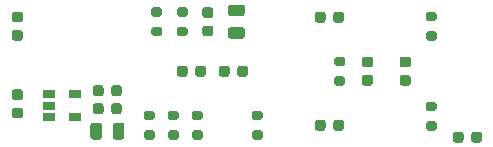
<source format=gbr>
%TF.GenerationSoftware,KiCad,Pcbnew,(5.1.9)-1*%
%TF.CreationDate,2021-02-16T15:18:36+08:00*%
%TF.ProjectId,STM32_Core_Board,53544d33-325f-4436-9f72-655f426f6172,rev?*%
%TF.SameCoordinates,Original*%
%TF.FileFunction,Paste,Bot*%
%TF.FilePolarity,Positive*%
%FSLAX46Y46*%
G04 Gerber Fmt 4.6, Leading zero omitted, Abs format (unit mm)*
G04 Created by KiCad (PCBNEW (5.1.9)-1) date 2021-02-16 15:18:36*
%MOMM*%
%LPD*%
G01*
G04 APERTURE LIST*
%ADD10R,1.060000X0.650000*%
G04 APERTURE END LIST*
%TO.C,C14*%
G36*
G01*
X87701000Y-146808000D02*
X87701000Y-146308000D01*
G75*
G02*
X87926000Y-146083000I225000J0D01*
G01*
X88376000Y-146083000D01*
G75*
G02*
X88601000Y-146308000I0J-225000D01*
G01*
X88601000Y-146808000D01*
G75*
G02*
X88376000Y-147033000I-225000J0D01*
G01*
X87926000Y-147033000D01*
G75*
G02*
X87701000Y-146808000I0J225000D01*
G01*
G37*
G36*
G01*
X86151000Y-146808000D02*
X86151000Y-146308000D01*
G75*
G02*
X86376000Y-146083000I225000J0D01*
G01*
X86826000Y-146083000D01*
G75*
G02*
X87051000Y-146308000I0J-225000D01*
G01*
X87051000Y-146808000D01*
G75*
G02*
X86826000Y-147033000I-225000J0D01*
G01*
X86376000Y-147033000D01*
G75*
G02*
X86151000Y-146808000I0J225000D01*
G01*
G37*
%TD*%
%TO.C,C13*%
G36*
G01*
X87701000Y-155952000D02*
X87701000Y-155452000D01*
G75*
G02*
X87926000Y-155227000I225000J0D01*
G01*
X88376000Y-155227000D01*
G75*
G02*
X88601000Y-155452000I0J-225000D01*
G01*
X88601000Y-155952000D01*
G75*
G02*
X88376000Y-156177000I-225000J0D01*
G01*
X87926000Y-156177000D01*
G75*
G02*
X87701000Y-155952000I0J225000D01*
G01*
G37*
G36*
G01*
X86151000Y-155952000D02*
X86151000Y-155452000D01*
G75*
G02*
X86376000Y-155227000I225000J0D01*
G01*
X86826000Y-155227000D01*
G75*
G02*
X87051000Y-155452000I0J-225000D01*
G01*
X87051000Y-155952000D01*
G75*
G02*
X86826000Y-156177000I-225000J0D01*
G01*
X86376000Y-156177000D01*
G75*
G02*
X86151000Y-155952000I0J225000D01*
G01*
G37*
%TD*%
%TO.C,C12*%
G36*
G01*
X93552200Y-151455000D02*
X94052200Y-151455000D01*
G75*
G02*
X94277200Y-151680000I0J-225000D01*
G01*
X94277200Y-152130000D01*
G75*
G02*
X94052200Y-152355000I-225000J0D01*
G01*
X93552200Y-152355000D01*
G75*
G02*
X93327200Y-152130000I0J225000D01*
G01*
X93327200Y-151680000D01*
G75*
G02*
X93552200Y-151455000I225000J0D01*
G01*
G37*
G36*
G01*
X93552200Y-149905000D02*
X94052200Y-149905000D01*
G75*
G02*
X94277200Y-150130000I0J-225000D01*
G01*
X94277200Y-150580000D01*
G75*
G02*
X94052200Y-150805000I-225000J0D01*
G01*
X93552200Y-150805000D01*
G75*
G02*
X93327200Y-150580000I0J225000D01*
G01*
X93327200Y-150130000D01*
G75*
G02*
X93552200Y-149905000I225000J0D01*
G01*
G37*
%TD*%
%TO.C,C11*%
G36*
G01*
X90351800Y-151455000D02*
X90851800Y-151455000D01*
G75*
G02*
X91076800Y-151680000I0J-225000D01*
G01*
X91076800Y-152130000D01*
G75*
G02*
X90851800Y-152355000I-225000J0D01*
G01*
X90351800Y-152355000D01*
G75*
G02*
X90126800Y-152130000I0J225000D01*
G01*
X90126800Y-151680000D01*
G75*
G02*
X90351800Y-151455000I225000J0D01*
G01*
G37*
G36*
G01*
X90351800Y-149905000D02*
X90851800Y-149905000D01*
G75*
G02*
X91076800Y-150130000I0J-225000D01*
G01*
X91076800Y-150580000D01*
G75*
G02*
X90851800Y-150805000I-225000J0D01*
G01*
X90351800Y-150805000D01*
G75*
G02*
X90126800Y-150580000I0J225000D01*
G01*
X90126800Y-150130000D01*
G75*
G02*
X90351800Y-149905000I225000J0D01*
G01*
G37*
%TD*%
%TO.C,C10*%
G36*
G01*
X79977000Y-146489000D02*
X79027000Y-146489000D01*
G75*
G02*
X78777000Y-146239000I0J250000D01*
G01*
X78777000Y-145739000D01*
G75*
G02*
X79027000Y-145489000I250000J0D01*
G01*
X79977000Y-145489000D01*
G75*
G02*
X80227000Y-145739000I0J-250000D01*
G01*
X80227000Y-146239000D01*
G75*
G02*
X79977000Y-146489000I-250000J0D01*
G01*
G37*
G36*
G01*
X79977000Y-148389000D02*
X79027000Y-148389000D01*
G75*
G02*
X78777000Y-148139000I0J250000D01*
G01*
X78777000Y-147639000D01*
G75*
G02*
X79027000Y-147389000I250000J0D01*
G01*
X79977000Y-147389000D01*
G75*
G02*
X80227000Y-147639000I0J-250000D01*
G01*
X80227000Y-148139000D01*
G75*
G02*
X79977000Y-148389000I-250000J0D01*
G01*
G37*
%TD*%
%TO.C,C9*%
G36*
G01*
X98735000Y-156468000D02*
X98735000Y-156968000D01*
G75*
G02*
X98510000Y-157193000I-225000J0D01*
G01*
X98060000Y-157193000D01*
G75*
G02*
X97835000Y-156968000I0J225000D01*
G01*
X97835000Y-156468000D01*
G75*
G02*
X98060000Y-156243000I225000J0D01*
G01*
X98510000Y-156243000D01*
G75*
G02*
X98735000Y-156468000I0J-225000D01*
G01*
G37*
G36*
G01*
X100285000Y-156468000D02*
X100285000Y-156968000D01*
G75*
G02*
X100060000Y-157193000I-225000J0D01*
G01*
X99610000Y-157193000D01*
G75*
G02*
X99385000Y-156968000I0J225000D01*
G01*
X99385000Y-156468000D01*
G75*
G02*
X99610000Y-156243000I225000J0D01*
G01*
X100060000Y-156243000D01*
G75*
G02*
X100285000Y-156468000I0J-225000D01*
G01*
G37*
%TD*%
%TO.C,C8*%
G36*
G01*
X77339000Y-146614000D02*
X76839000Y-146614000D01*
G75*
G02*
X76614000Y-146389000I0J225000D01*
G01*
X76614000Y-145939000D01*
G75*
G02*
X76839000Y-145714000I225000J0D01*
G01*
X77339000Y-145714000D01*
G75*
G02*
X77564000Y-145939000I0J-225000D01*
G01*
X77564000Y-146389000D01*
G75*
G02*
X77339000Y-146614000I-225000J0D01*
G01*
G37*
G36*
G01*
X77339000Y-148164000D02*
X76839000Y-148164000D01*
G75*
G02*
X76614000Y-147939000I0J225000D01*
G01*
X76614000Y-147489000D01*
G75*
G02*
X76839000Y-147264000I225000J0D01*
G01*
X77339000Y-147264000D01*
G75*
G02*
X77564000Y-147489000I0J-225000D01*
G01*
X77564000Y-147939000D01*
G75*
G02*
X77339000Y-148164000I-225000J0D01*
G01*
G37*
%TD*%
%TO.C,C7*%
G36*
G01*
X68905000Y-154555000D02*
X68905000Y-154055000D01*
G75*
G02*
X69130000Y-153830000I225000J0D01*
G01*
X69580000Y-153830000D01*
G75*
G02*
X69805000Y-154055000I0J-225000D01*
G01*
X69805000Y-154555000D01*
G75*
G02*
X69580000Y-154780000I-225000J0D01*
G01*
X69130000Y-154780000D01*
G75*
G02*
X68905000Y-154555000I0J225000D01*
G01*
G37*
G36*
G01*
X67355000Y-154555000D02*
X67355000Y-154055000D01*
G75*
G02*
X67580000Y-153830000I225000J0D01*
G01*
X68030000Y-153830000D01*
G75*
G02*
X68255000Y-154055000I0J-225000D01*
G01*
X68255000Y-154555000D01*
G75*
G02*
X68030000Y-154780000I-225000J0D01*
G01*
X67580000Y-154780000D01*
G75*
G02*
X67355000Y-154555000I0J225000D01*
G01*
G37*
%TD*%
%TO.C,C6*%
G36*
G01*
X68130000Y-155735000D02*
X68130000Y-156685000D01*
G75*
G02*
X67880000Y-156935000I-250000J0D01*
G01*
X67380000Y-156935000D01*
G75*
G02*
X67130000Y-156685000I0J250000D01*
G01*
X67130000Y-155735000D01*
G75*
G02*
X67380000Y-155485000I250000J0D01*
G01*
X67880000Y-155485000D01*
G75*
G02*
X68130000Y-155735000I0J-250000D01*
G01*
G37*
G36*
G01*
X70030000Y-155735000D02*
X70030000Y-156685000D01*
G75*
G02*
X69780000Y-156935000I-250000J0D01*
G01*
X69280000Y-156935000D01*
G75*
G02*
X69030000Y-156685000I0J250000D01*
G01*
X69030000Y-155735000D01*
G75*
G02*
X69280000Y-155485000I250000J0D01*
G01*
X69780000Y-155485000D01*
G75*
G02*
X70030000Y-155735000I0J-250000D01*
G01*
G37*
%TD*%
%TO.C,C5*%
G36*
G01*
X68905000Y-153031000D02*
X68905000Y-152531000D01*
G75*
G02*
X69130000Y-152306000I225000J0D01*
G01*
X69580000Y-152306000D01*
G75*
G02*
X69805000Y-152531000I0J-225000D01*
G01*
X69805000Y-153031000D01*
G75*
G02*
X69580000Y-153256000I-225000J0D01*
G01*
X69130000Y-153256000D01*
G75*
G02*
X68905000Y-153031000I0J225000D01*
G01*
G37*
G36*
G01*
X67355000Y-153031000D02*
X67355000Y-152531000D01*
G75*
G02*
X67580000Y-152306000I225000J0D01*
G01*
X68030000Y-152306000D01*
G75*
G02*
X68255000Y-152531000I0J-225000D01*
G01*
X68255000Y-153031000D01*
G75*
G02*
X68030000Y-153256000I-225000J0D01*
G01*
X67580000Y-153256000D01*
G75*
G02*
X67355000Y-153031000I0J225000D01*
G01*
G37*
%TD*%
%TO.C,C4*%
G36*
G01*
X60710000Y-154223600D02*
X61210000Y-154223600D01*
G75*
G02*
X61435000Y-154448600I0J-225000D01*
G01*
X61435000Y-154898600D01*
G75*
G02*
X61210000Y-155123600I-225000J0D01*
G01*
X60710000Y-155123600D01*
G75*
G02*
X60485000Y-154898600I0J225000D01*
G01*
X60485000Y-154448600D01*
G75*
G02*
X60710000Y-154223600I225000J0D01*
G01*
G37*
G36*
G01*
X60710000Y-152673600D02*
X61210000Y-152673600D01*
G75*
G02*
X61435000Y-152898600I0J-225000D01*
G01*
X61435000Y-153348600D01*
G75*
G02*
X61210000Y-153573600I-225000J0D01*
G01*
X60710000Y-153573600D01*
G75*
G02*
X60485000Y-153348600I0J225000D01*
G01*
X60485000Y-152898600D01*
G75*
G02*
X60710000Y-152673600I225000J0D01*
G01*
G37*
%TD*%
%TO.C,C3*%
G36*
G01*
X78923000Y-150880000D02*
X78923000Y-151380000D01*
G75*
G02*
X78698000Y-151605000I-225000J0D01*
G01*
X78248000Y-151605000D01*
G75*
G02*
X78023000Y-151380000I0J225000D01*
G01*
X78023000Y-150880000D01*
G75*
G02*
X78248000Y-150655000I225000J0D01*
G01*
X78698000Y-150655000D01*
G75*
G02*
X78923000Y-150880000I0J-225000D01*
G01*
G37*
G36*
G01*
X80473000Y-150880000D02*
X80473000Y-151380000D01*
G75*
G02*
X80248000Y-151605000I-225000J0D01*
G01*
X79798000Y-151605000D01*
G75*
G02*
X79573000Y-151380000I0J225000D01*
G01*
X79573000Y-150880000D01*
G75*
G02*
X79798000Y-150655000I225000J0D01*
G01*
X80248000Y-150655000D01*
G75*
G02*
X80473000Y-150880000I0J-225000D01*
G01*
G37*
%TD*%
%TO.C,C2*%
G36*
G01*
X76017000Y-151380000D02*
X76017000Y-150880000D01*
G75*
G02*
X76242000Y-150655000I225000J0D01*
G01*
X76692000Y-150655000D01*
G75*
G02*
X76917000Y-150880000I0J-225000D01*
G01*
X76917000Y-151380000D01*
G75*
G02*
X76692000Y-151605000I-225000J0D01*
G01*
X76242000Y-151605000D01*
G75*
G02*
X76017000Y-151380000I0J225000D01*
G01*
G37*
G36*
G01*
X74467000Y-151380000D02*
X74467000Y-150880000D01*
G75*
G02*
X74692000Y-150655000I225000J0D01*
G01*
X75142000Y-150655000D01*
G75*
G02*
X75367000Y-150880000I0J-225000D01*
G01*
X75367000Y-151380000D01*
G75*
G02*
X75142000Y-151605000I-225000J0D01*
G01*
X74692000Y-151605000D01*
G75*
G02*
X74467000Y-151380000I0J225000D01*
G01*
G37*
%TD*%
%TO.C,C1*%
G36*
G01*
X60710000Y-147645000D02*
X61210000Y-147645000D01*
G75*
G02*
X61435000Y-147870000I0J-225000D01*
G01*
X61435000Y-148320000D01*
G75*
G02*
X61210000Y-148545000I-225000J0D01*
G01*
X60710000Y-148545000D01*
G75*
G02*
X60485000Y-148320000I0J225000D01*
G01*
X60485000Y-147870000D01*
G75*
G02*
X60710000Y-147645000I225000J0D01*
G01*
G37*
G36*
G01*
X60710000Y-146095000D02*
X61210000Y-146095000D01*
G75*
G02*
X61435000Y-146320000I0J-225000D01*
G01*
X61435000Y-146770000D01*
G75*
G02*
X61210000Y-146995000I-225000J0D01*
G01*
X60710000Y-146995000D01*
G75*
G02*
X60485000Y-146770000I0J225000D01*
G01*
X60485000Y-146320000D01*
G75*
G02*
X60710000Y-146095000I225000J0D01*
G01*
G37*
%TD*%
D10*
%TO.C,U2*%
X65870000Y-155001000D03*
X65870000Y-153101000D03*
X63670000Y-153101000D03*
X63670000Y-154051000D03*
X63670000Y-155001000D03*
%TD*%
%TO.C,R9*%
G36*
G01*
X88540000Y-150705000D02*
X87990000Y-150705000D01*
G75*
G02*
X87790000Y-150505000I0J200000D01*
G01*
X87790000Y-150105000D01*
G75*
G02*
X87990000Y-149905000I200000J0D01*
G01*
X88540000Y-149905000D01*
G75*
G02*
X88740000Y-150105000I0J-200000D01*
G01*
X88740000Y-150505000D01*
G75*
G02*
X88540000Y-150705000I-200000J0D01*
G01*
G37*
G36*
G01*
X88540000Y-152355000D02*
X87990000Y-152355000D01*
G75*
G02*
X87790000Y-152155000I0J200000D01*
G01*
X87790000Y-151755000D01*
G75*
G02*
X87990000Y-151555000I200000J0D01*
G01*
X88540000Y-151555000D01*
G75*
G02*
X88740000Y-151755000I0J-200000D01*
G01*
X88740000Y-152155000D01*
G75*
G02*
X88540000Y-152355000I-200000J0D01*
G01*
G37*
%TD*%
%TO.C,R8*%
G36*
G01*
X73046000Y-146514000D02*
X72496000Y-146514000D01*
G75*
G02*
X72296000Y-146314000I0J200000D01*
G01*
X72296000Y-145914000D01*
G75*
G02*
X72496000Y-145714000I200000J0D01*
G01*
X73046000Y-145714000D01*
G75*
G02*
X73246000Y-145914000I0J-200000D01*
G01*
X73246000Y-146314000D01*
G75*
G02*
X73046000Y-146514000I-200000J0D01*
G01*
G37*
G36*
G01*
X73046000Y-148164000D02*
X72496000Y-148164000D01*
G75*
G02*
X72296000Y-147964000I0J200000D01*
G01*
X72296000Y-147564000D01*
G75*
G02*
X72496000Y-147364000I200000J0D01*
G01*
X73046000Y-147364000D01*
G75*
G02*
X73246000Y-147564000I0J-200000D01*
G01*
X73246000Y-147964000D01*
G75*
G02*
X73046000Y-148164000I-200000J0D01*
G01*
G37*
%TD*%
%TO.C,R7*%
G36*
G01*
X76475000Y-155277000D02*
X75925000Y-155277000D01*
G75*
G02*
X75725000Y-155077000I0J200000D01*
G01*
X75725000Y-154677000D01*
G75*
G02*
X75925000Y-154477000I200000J0D01*
G01*
X76475000Y-154477000D01*
G75*
G02*
X76675000Y-154677000I0J-200000D01*
G01*
X76675000Y-155077000D01*
G75*
G02*
X76475000Y-155277000I-200000J0D01*
G01*
G37*
G36*
G01*
X76475000Y-156927000D02*
X75925000Y-156927000D01*
G75*
G02*
X75725000Y-156727000I0J200000D01*
G01*
X75725000Y-156327000D01*
G75*
G02*
X75925000Y-156127000I200000J0D01*
G01*
X76475000Y-156127000D01*
G75*
G02*
X76675000Y-156327000I0J-200000D01*
G01*
X76675000Y-156727000D01*
G75*
G02*
X76475000Y-156927000I-200000J0D01*
G01*
G37*
%TD*%
%TO.C,R6*%
G36*
G01*
X74443000Y-155277000D02*
X73893000Y-155277000D01*
G75*
G02*
X73693000Y-155077000I0J200000D01*
G01*
X73693000Y-154677000D01*
G75*
G02*
X73893000Y-154477000I200000J0D01*
G01*
X74443000Y-154477000D01*
G75*
G02*
X74643000Y-154677000I0J-200000D01*
G01*
X74643000Y-155077000D01*
G75*
G02*
X74443000Y-155277000I-200000J0D01*
G01*
G37*
G36*
G01*
X74443000Y-156927000D02*
X73893000Y-156927000D01*
G75*
G02*
X73693000Y-156727000I0J200000D01*
G01*
X73693000Y-156327000D01*
G75*
G02*
X73893000Y-156127000I200000J0D01*
G01*
X74443000Y-156127000D01*
G75*
G02*
X74643000Y-156327000I0J-200000D01*
G01*
X74643000Y-156727000D01*
G75*
G02*
X74443000Y-156927000I-200000J0D01*
G01*
G37*
%TD*%
%TO.C,R5*%
G36*
G01*
X72411000Y-155277000D02*
X71861000Y-155277000D01*
G75*
G02*
X71661000Y-155077000I0J200000D01*
G01*
X71661000Y-154677000D01*
G75*
G02*
X71861000Y-154477000I200000J0D01*
G01*
X72411000Y-154477000D01*
G75*
G02*
X72611000Y-154677000I0J-200000D01*
G01*
X72611000Y-155077000D01*
G75*
G02*
X72411000Y-155277000I-200000J0D01*
G01*
G37*
G36*
G01*
X72411000Y-156927000D02*
X71861000Y-156927000D01*
G75*
G02*
X71661000Y-156727000I0J200000D01*
G01*
X71661000Y-156327000D01*
G75*
G02*
X71861000Y-156127000I200000J0D01*
G01*
X72411000Y-156127000D01*
G75*
G02*
X72611000Y-156327000I0J-200000D01*
G01*
X72611000Y-156727000D01*
G75*
G02*
X72411000Y-156927000I-200000J0D01*
G01*
G37*
%TD*%
%TO.C,R4*%
G36*
G01*
X95737000Y-147745000D02*
X96287000Y-147745000D01*
G75*
G02*
X96487000Y-147945000I0J-200000D01*
G01*
X96487000Y-148345000D01*
G75*
G02*
X96287000Y-148545000I-200000J0D01*
G01*
X95737000Y-148545000D01*
G75*
G02*
X95537000Y-148345000I0J200000D01*
G01*
X95537000Y-147945000D01*
G75*
G02*
X95737000Y-147745000I200000J0D01*
G01*
G37*
G36*
G01*
X95737000Y-146095000D02*
X96287000Y-146095000D01*
G75*
G02*
X96487000Y-146295000I0J-200000D01*
G01*
X96487000Y-146695000D01*
G75*
G02*
X96287000Y-146895000I-200000J0D01*
G01*
X95737000Y-146895000D01*
G75*
G02*
X95537000Y-146695000I0J200000D01*
G01*
X95537000Y-146295000D01*
G75*
G02*
X95737000Y-146095000I200000J0D01*
G01*
G37*
%TD*%
%TO.C,R3*%
G36*
G01*
X96287000Y-154515000D02*
X95737000Y-154515000D01*
G75*
G02*
X95537000Y-154315000I0J200000D01*
G01*
X95537000Y-153915000D01*
G75*
G02*
X95737000Y-153715000I200000J0D01*
G01*
X96287000Y-153715000D01*
G75*
G02*
X96487000Y-153915000I0J-200000D01*
G01*
X96487000Y-154315000D01*
G75*
G02*
X96287000Y-154515000I-200000J0D01*
G01*
G37*
G36*
G01*
X96287000Y-156165000D02*
X95737000Y-156165000D01*
G75*
G02*
X95537000Y-155965000I0J200000D01*
G01*
X95537000Y-155565000D01*
G75*
G02*
X95737000Y-155365000I200000J0D01*
G01*
X96287000Y-155365000D01*
G75*
G02*
X96487000Y-155565000I0J-200000D01*
G01*
X96487000Y-155965000D01*
G75*
G02*
X96287000Y-156165000I-200000J0D01*
G01*
G37*
%TD*%
%TO.C,R2*%
G36*
G01*
X74655000Y-147364000D02*
X75205000Y-147364000D01*
G75*
G02*
X75405000Y-147564000I0J-200000D01*
G01*
X75405000Y-147964000D01*
G75*
G02*
X75205000Y-148164000I-200000J0D01*
G01*
X74655000Y-148164000D01*
G75*
G02*
X74455000Y-147964000I0J200000D01*
G01*
X74455000Y-147564000D01*
G75*
G02*
X74655000Y-147364000I200000J0D01*
G01*
G37*
G36*
G01*
X74655000Y-145714000D02*
X75205000Y-145714000D01*
G75*
G02*
X75405000Y-145914000I0J-200000D01*
G01*
X75405000Y-146314000D01*
G75*
G02*
X75205000Y-146514000I-200000J0D01*
G01*
X74655000Y-146514000D01*
G75*
G02*
X74455000Y-146314000I0J200000D01*
G01*
X74455000Y-145914000D01*
G75*
G02*
X74655000Y-145714000I200000J0D01*
G01*
G37*
%TD*%
%TO.C,R1*%
G36*
G01*
X81005000Y-156127000D02*
X81555000Y-156127000D01*
G75*
G02*
X81755000Y-156327000I0J-200000D01*
G01*
X81755000Y-156727000D01*
G75*
G02*
X81555000Y-156927000I-200000J0D01*
G01*
X81005000Y-156927000D01*
G75*
G02*
X80805000Y-156727000I0J200000D01*
G01*
X80805000Y-156327000D01*
G75*
G02*
X81005000Y-156127000I200000J0D01*
G01*
G37*
G36*
G01*
X81005000Y-154477000D02*
X81555000Y-154477000D01*
G75*
G02*
X81755000Y-154677000I0J-200000D01*
G01*
X81755000Y-155077000D01*
G75*
G02*
X81555000Y-155277000I-200000J0D01*
G01*
X81005000Y-155277000D01*
G75*
G02*
X80805000Y-155077000I0J200000D01*
G01*
X80805000Y-154677000D01*
G75*
G02*
X81005000Y-154477000I200000J0D01*
G01*
G37*
%TD*%
M02*

</source>
